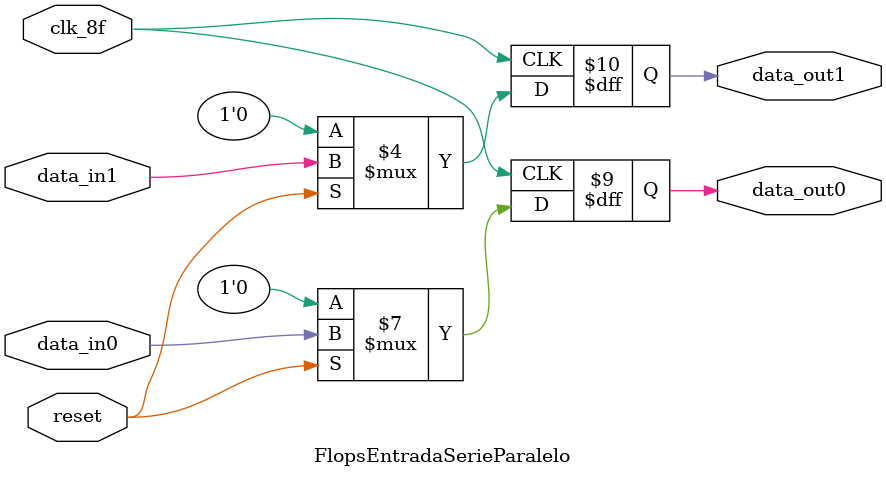
<source format=v>
module FlopsEntradaSerieParalelo (
                      input data_in0,
                      input data_in1,
                      input clk_8f,
                      input reset,
                      output reg data_out0,
                      output reg data_out1
                      );

   always @ (posedge clk_8f) begin
      if (!reset) begin
         data_out0 <= 0;
         data_out1 <= 0;
      end else begin
         data_out0 <= data_in0;
         data_out1 <= data_in1;
      end
   end

endmodule

</source>
